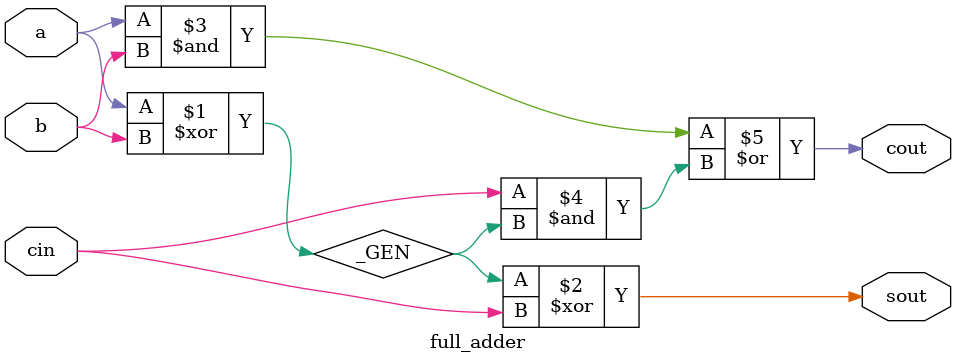
<source format=v>
module full_adder(	// file.cleaned.mlir:2:3
  input  a,	// file.cleaned.mlir:2:28
         b,	// file.cleaned.mlir:2:40
         cin,	// file.cleaned.mlir:2:52
  output sout,	// file.cleaned.mlir:2:67
         cout	// file.cleaned.mlir:2:82
);

  wire _GEN = a ^ b;	// file.cleaned.mlir:3:10
  assign sout = _GEN ^ cin;	// file.cleaned.mlir:3:10, :4:10, :8:5
  assign cout = a & b | cin & _GEN;	// file.cleaned.mlir:3:10, :5:10, :6:10, :7:10, :8:5
endmodule


</source>
